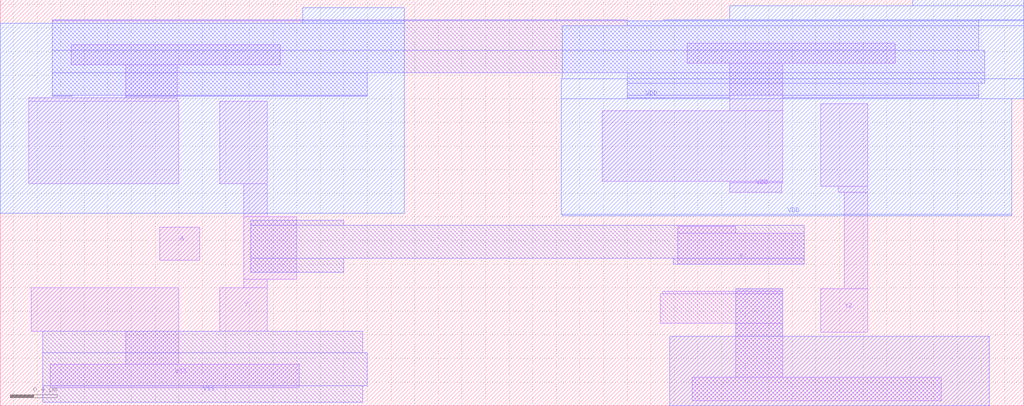
<source format=lef>
VERSION 5.7 ;
  NOWIREEXTENSIONATPIN ON ;
  DIVIDERCHAR "/" ;
  BUSBITCHARS "[]" ;
MACRO assignment2
  CLASS BLOCK ;
  FOREIGN assignment2 ;
  ORIGIN 1.710 0.800 ;
  SIZE 8.670 BY 3.440 ;
  PIN A
    ANTENNAGATEAREA 0.181500 ;
    PORT
      LAYER li1 ;
        RECT -0.360 0.430 -0.020 0.710 ;
    END
  END A
  PIN Y
    ANTENNAGATEAREA 0.184500 ;
    ANTENNADIFFAREA 0.726000 ;
    PORT
      LAYER li1 ;
        RECT 0.150 1.080 0.550 1.780 ;
        RECT 0.350 0.800 0.550 1.080 ;
        RECT 0.350 0.270 0.800 0.800 ;
        RECT 4.030 0.660 4.520 0.720 ;
        RECT 4.030 0.400 5.100 0.660 ;
        RECT 0.350 0.200 0.550 0.270 ;
        RECT 0.150 -0.170 0.550 0.200 ;
      LAYER met1 ;
        RECT 0.410 0.730 1.200 0.770 ;
        RECT 0.410 0.450 5.100 0.730 ;
        RECT 0.410 0.330 1.200 0.450 ;
        RECT 3.990 0.400 5.100 0.450 ;
    END
  END Y
  PIN VDD
    ANTENNADIFFAREA 2.794700 ;
    PORT
      LAYER nwell ;
        RECT 6.020 2.590 6.960 2.640 ;
        RECT 0.850 2.440 1.710 2.570 ;
        RECT 4.470 2.470 6.960 2.590 ;
        RECT 3.910 2.460 6.960 2.470 ;
        RECT -1.710 0.830 1.710 2.440 ;
        RECT 3.600 2.420 6.960 2.460 ;
        RECT 3.050 1.970 6.960 2.420 ;
        RECT 3.040 1.800 6.960 1.970 ;
        RECT 3.040 0.820 6.860 1.800 ;
        RECT 3.050 0.810 6.860 0.820 ;
      LAYER li1 ;
        RECT -1.110 2.090 0.660 2.260 ;
        RECT 4.110 2.100 5.870 2.270 ;
        RECT -0.650 1.810 -0.210 2.090 ;
        RECT -1.470 1.780 -0.210 1.810 ;
        RECT -1.470 1.080 -0.200 1.780 ;
        RECT 4.470 1.700 4.920 2.100 ;
        RECT 3.390 1.100 4.920 1.700 ;
        RECT 4.470 1.090 4.920 1.100 ;
        RECT 4.470 1.010 4.910 1.090 ;
      LAYER met1 ;
        RECT -1.270 2.460 3.600 2.470 ;
        RECT 3.910 2.460 6.580 2.470 ;
        RECT -1.270 2.210 6.580 2.460 ;
        RECT -1.270 2.020 6.630 2.210 ;
        RECT -1.270 1.830 1.400 2.020 ;
        RECT -1.270 1.820 -1.100 1.830 ;
        RECT -0.650 1.820 1.400 1.830 ;
        RECT 3.600 1.930 6.630 2.020 ;
        RECT 3.600 1.830 6.580 1.930 ;
        RECT 3.600 1.810 4.470 1.830 ;
        RECT 4.920 1.810 6.580 1.830 ;
        RECT 3.600 1.800 3.910 1.810 ;
    END
  END VDD
  PIN VSS
    ANTENNADIFFAREA 1.021000 ;
    PORT
      LAYER li1 ;
        RECT -1.450 -0.170 -0.200 0.200 ;
        RECT -0.650 -0.450 -0.200 -0.170 ;
        RECT -1.290 -0.650 0.820 -0.450 ;
      LAYER met1 ;
        RECT -1.350 -0.350 1.360 -0.170 ;
        RECT -1.350 -0.630 1.400 -0.350 ;
        RECT -1.350 -0.770 1.360 -0.630 ;
    END
  END VSS
  PIN Y2
    ANTENNADIFFAREA 0.715800 ;
    PORT
      LAYER li1 ;
        RECT 5.240 1.060 5.640 1.760 ;
        RECT 5.390 1.010 5.640 1.060 ;
        RECT 5.440 0.190 5.640 1.010 ;
        RECT 5.240 -0.180 5.640 0.190 ;
    END
  END Y2
  OBS
      LAYER li1 ;
        RECT 4.520 0.170 4.920 0.190 ;
        RECT 3.900 0.150 4.920 0.170 ;
        RECT 3.880 -0.100 4.920 0.150 ;
        RECT 4.520 -0.560 4.920 -0.100 ;
        RECT 4.150 -0.760 6.260 -0.560 ;
      LAYER met1 ;
        RECT 4.520 -0.210 4.920 0.190 ;
        RECT 3.960 -0.800 6.670 -0.210 ;
  END
END assignment2
END LIBRARY


</source>
